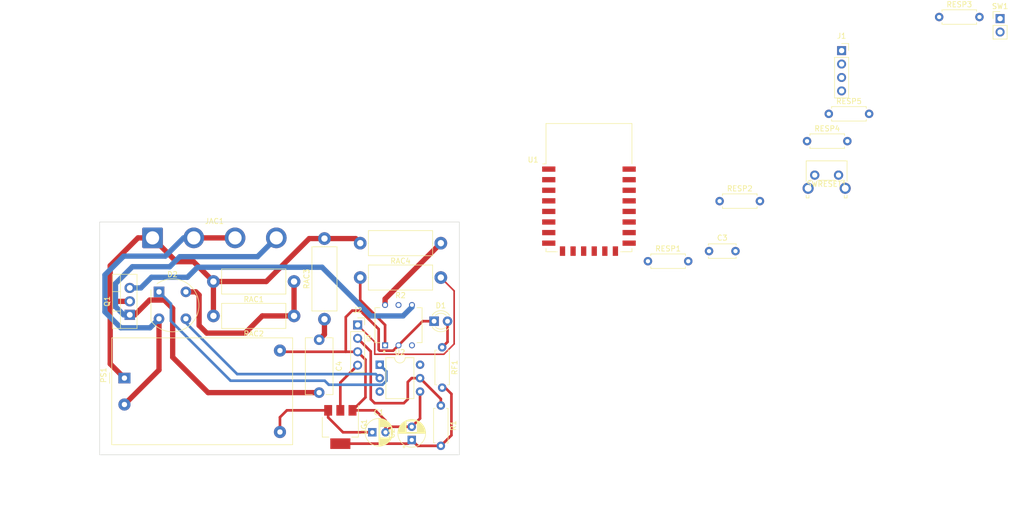
<source format=kicad_pcb>
(kicad_pcb (version 20211014) (generator pcbnew)
  (layers (0 "F.Cu" signal) (31 "B.Cu" signal) (34 "B.Paste" user) (35 "F.Paste" user) (36 "B.SilkS" user "B.Silkscreen") (37 "F.SilkS" user "F.Silkscreen") (38 "B.Mask" user) (39 "F.Mask" user) (44 "Edge.Cuts" user))
  (net 0 "")
  (net 1 "/+5V")
  (net 2 "GND")
  (net 3 "+3.3V")
  (net 4 "/nRST")
  (net 5 "Net-(C4-Pad1)")
  (net 6 "Net-(C4-Pad2)")
  (net 7 "Net-(D1-Pad2)")
  (net 8 "Net-(D2-Pad1)")
  (net 9 "/N")
  (net 10 "Net-(D2-Pad3)")
  (net 11 "Net-(D2-Pad4)")
  (net 12 "/TX")
  (net 13 "/RX")
  (net 14 "/DIMMER")
  (net 15 "/ZERO")
  (net 16 "/L")
  (net 17 "Net-(Q1-Pad3)")
  (net 18 "Net-(R2-Pad2)")
  (net 19 "Net-(RAC4-Pad1)")
  (net 20 "/GPIO0")
  (net 21 "/GPIO2")
  (net 22 "/EN")
  (net 23 "/GPIO15")
  (net 27 "/GPIO12")
  (footprint "RF_Module:ESP-12E" (layer "F.Cu") (at 141.5 39)
    (fp_text reference "U1" (at -10.56 -5.26) (layer "F.SilkS"))
    (fp_text value "ESP-12E")
    (pad "1" smd rect (at -7.6 -3.5) (size 2.5 1) (layers "F.Cu" "F.Paste" "F.Mask") (net 4 "/nRST"))
    (pad "2" smd rect (at -7.6 -1.5) (size 2.5 1) (layers "F.Cu" "F.Paste" "F.Mask"))
    (pad "3" smd rect (at -7.6 0.5) (size 2.5 1) (layers "F.Cu" "F.Paste" "F.Mask") (net 22 "/EN"))
    (pad "4" smd rect (at -7.6 2.5) (size 2.5 1) (layers "F.Cu" "F.Paste" "F.Mask"))
    (pad "5" smd rect (at -7.6 4.5) (size 2.5 1) (layers "F.Cu" "F.Paste" "F.Mask"))
    (pad "6" smd rect (at -7.6 6.5) (size 2.5 1) (layers "F.Cu" "F.Paste" "F.Mask") (net 27 "/GPIO12"))
    (pad "7" smd rect (at -7.6 8.5) (size 2.5 1) (layers "F.Cu" "F.Paste" "F.Mask"))
    (pad "8" smd rect (at -7.6 10.5) (size 2.5 1) (layers "F.Cu" "F.Paste" "F.Mask") (net 3 "+3.3V"))
    (pad "9" smd rect (at -5 12) (size 1 1.8) (layers "F.Cu" "F.Paste" "F.Mask"))
    (pad "10" smd rect (at -3 12) (size 1 1.8) (layers "F.Cu" "F.Paste" "F.Mask"))
    (pad "11" smd rect (at -1 12) (size 1 1.8) (layers "F.Cu" "F.Paste" "F.Mask"))
    (pad "12" smd rect (at 1 12) (size 1 1.8) (layers "F.Cu" "F.Paste" "F.Mask"))
    (pad "13" smd rect (at 3 12) (size 1 1.8) (layers "F.Cu" "F.Paste" "F.Mask"))
    (pad "14" smd rect (at 5 12) (size 1 1.8) (layers "F.Cu" "F.Paste" "F.Mask"))
    (pad "15" smd rect (at 7.6 10.5) (size 2.5 1) (layers "F.Cu" "F.Paste" "F.Mask") (net 2 "GND"))
    (pad "16" smd rect (at 7.6 8.5) (size 2.5 1) (layers "F.Cu" "F.Paste" "F.Mask") (net 23 "/GPIO15"))
    (pad "17" smd rect (at 7.6 6.5) (size 2.5 1) (layers "F.Cu" "F.Paste" "F.Mask") (net 21 "/GPIO2"))
    (pad "18" smd rect (at 7.6 4.5) (size 2.5 1) (layers "F.Cu" "F.Paste" "F.Mask") (net 20 "/GPIO0"))
    (pad "19" smd rect (at 7.6 2.5) (size 2.5 1) (layers "F.Cu" "F.Paste" "F.Mask"))
    (pad "20" smd rect (at 7.6 0.5) (size 2.5 1) (layers "F.Cu" "F.Paste" "F.Mask"))
    (pad "21" smd rect (at 7.6 -1.5) (size 2.5 1) (layers "F.Cu" "F.Paste" "F.Mask") (net 12 "/TX"))
    (pad "22" smd rect (at 7.6 -3.5) (size 2.5 1) (layers "F.Cu" "F.Paste" "F.Mask") (net 13 "/RX"))
  )
  (footprint "Package_TO_SOT_THT:TO-220-3_Vertical" (layer "F.Cu") (at 54.695 63.04 90)
    (fp_text reference "Q1" (at 2.54 -4.27 90) (layer "F.SilkS"))
    (fp_text value "BTA16-600B")
    (pad "1" thru_hole rect (at 0 0 90) (size 1.905 2) (drill 1.1) (layers *.Cu *.Mask) (net 6 "Net-(C4-Pad2)"))
    (pad "2" thru_hole oval (at 2.54 0 90) (size 1.905 2) (drill 1.1) (layers *.Cu *.Mask) (net 16 "/L"))
    (pad "3" thru_hole oval (at 5.08 0 90) (size 1.905 2) (drill 1.1) (layers *.Cu *.Mask) (net 17 "Net-(Q1-Pad3)"))
  )
  (footprint "Resistor_THT:R_Axial_DIN0414_L11.9mm_D4.5mm_P15.24mm_Horizontal" (layer "F.Cu") (at 113.5 56 180)
    (fp_text reference "R2" (at 7.62 -3.37) (layer "F.SilkS"))
    (fp_text value "1k")
    (pad "1" thru_hole circle (at 0 0 180) (size 2.4 2.4) (drill 1.2) (layers *.Cu *.Mask) (net 14 "/DIMMER"))
    (pad "2" thru_hole oval (at 15.24 0 180) (size 2.4 2.4) (drill 1.2) (layers *.Cu *.Mask) (net 18 "Net-(R2-Pad2)"))
  )
  (footprint "Connector_PinHeader_2.54mm:PinHeader_1x02_P2.54mm_Vertical" (layer "F.Cu") (at 219.22 7.05)
    (fp_text reference "SW1" (at 0 -2.33) (layer "F.SilkS"))
    (fp_text value "SW_DIP_x01")
    (pad "1" thru_hole rect (at 0 0) (size 1.7 1.7) (drill 1) (layers *.Cu *.Mask) (net 20 "/GPIO0"))
    (pad "2" thru_hole oval (at 0 2.54) (size 1.7 1.7) (drill 1) (layers *.Cu *.Mask) (net 2 "GND"))
  )
  (footprint "Diode_THT:Diode_Bridge_Round_D9.8mm" (layer "F.Cu") (at 60.225 58.705)
    (fp_text reference "D2" (at 2.54 -3.302) (layer "F.SilkS"))
    (fp_text value "W10G")
    (pad "1" thru_hole rect (at 0 0) (size 2 2) (drill 1) (layers *.Cu *.Mask) (net 8 "Net-(D2-Pad1)"))
    (pad "2" thru_hole oval (at 0 5.08) (size 2 2) (drill 1) (layers *.Cu *.Mask) (net 9 "/N"))
    (pad "3" thru_hole oval (at 5.08 5.08) (size 2 2) (drill 1) (layers *.Cu *.Mask) (net 10 "Net-(D2-Pad3)"))
    (pad "4" thru_hole oval (at 5.08 0) (size 2 2) (drill 1) (layers *.Cu *.Mask) (net 11 "Net-(D2-Pad4)"))
  )
  (footprint "LED_THT:LED_D3.0mm" (layer "F.Cu") (at 112.225 64.25)
    (fp_text reference "D1" (at 1.27 -2.96) (layer "F.SilkS"))
    (fp_text value "LED_Filled")
    (pad "1" thru_hole rect (at 0 0) (size 1.8 1.8) (drill 0.9) (layers *.Cu *.Mask) (net 2 "GND"))
    (pad "2" thru_hole circle (at 2.54 0) (size 1.8 1.8) (drill 0.9) (layers *.Cu *.Mask) (net 7 "Net-(D1-Pad2)"))
  )
  (footprint "Button_Switch_THT:SW_Tactile_SPST_Angled_PTS645Vx39-2LFS" (layer "F.Cu") (at 184.18 36.635)
    (fp_text reference "SWRESET1" (at 2.25 1.68) (layer "F.SilkS"))
    (fp_text value "SW_Push")
    (pad "" thru_hole circle (at 5.76 2.49) (size 2.1 2.1) (drill 1.3) (layers *.Cu *.Mask))
    (pad "" thru_hole circle (at -1.25 2.49) (size 2.1 2.1) (drill 1.3) (layers *.Cu *.Mask))
    (pad "1" thru_hole circle (at 0 0) (size 1.75 1.75) (drill 0.99) (layers *.Cu *.Mask) (net 4 "/nRST"))
    (pad "2" thru_hole circle (at 4.5 0) (size 1.75 1.75) (drill 0.99) (layers *.Cu *.Mask) (net 2 "GND"))
  )
  (footprint "Converter_ACDC:Converter_ACDC_HiLink_HLK-PMxx" (layer "F.Cu") (at 53.6875 75)
    (fp_text reference "PS1" (at -3.94 -0.55 90) (layer "F.SilkS"))
    (fp_text value "HLK-PM01")
    (pad "1" thru_hole rect (at 0 0) (size 2.3 2) (drill 1) (layers *.Cu *.Mask) (net 16 "/L"))
    (pad "2" thru_hole circle (at 0 5) (size 2.3 2.3) (drill 1) (layers *.Cu *.Mask) (net 9 "/N"))
    (pad "3" thru_hole circle (at 29.4 -5.2) (size 2.3 2.3) (drill 1) (layers *.Cu *.Mask) (net 2 "GND"))
    (pad "4" thru_hole circle (at 29.4 10.2) (size 2.3 2.3) (drill 1) (layers *.Cu *.Mask) (net 1 "/+5V"))
  )
  (footprint "MOC3021:DIP762W45P254L889H508Q6" (layer "F.Cu") (at 105.5 65 90)
    (fp_text reference "U3" (at -2.469425 -5.609645 90) (layer "F.SilkS") (effects (font (size 0.64037 0.64037))))
    (fp_text value "MOC3021")
    (pad "1" thru_hole rect locked (at -3.81 -2.54 90) (size 1.13 1.13) (drill 0.73) (layers *.Cu *.Mask) (net 18 "Net-(R2-Pad2)"))
    (pad "2" thru_hole circle locked (at -3.81 0 90) (size 1.13 1.13) (drill 0.73) (layers *.Cu *.Mask) (net 2 "GND"))
    (pad "3" thru_hole circle locked (at -3.81 2.54 90) (size 1.13 1.13) (drill 0.73) (layers *.Cu *.Mask))
    (pad "4" thru_hole circle locked (at 3.81 2.54 90) (size 1.13 1.13) (drill 0.73) (layers *.Cu *.Mask) (net 17 "Net-(Q1-Pad3)"))
    (pad "5" thru_hole circle locked (at 3.81 0 90) (size 1.13 1.13) (drill 0.73) (layers *.Cu *.Mask))
    (pad "6" thru_hole circle locked (at 3.81 -2.54 90) (size 1.13 1.13) (drill 0.73) (layers *.Cu *.Mask) (net 19 "Net-(RAC4-Pad1)"))
  )
  (footprint "Connector_PinSocket_2.54mm:PinSocket_1x04_P2.54mm_Vertical" (layer "F.Cu") (at 189.26 13.1)
    (fp_text reference "J1" (at 0 -2.77) (layer "F.SilkS"))
    (fp_text value "Conn_01x04")
    (pad "1" thru_hole rect (at 0 0) (size 1.7 1.7) (drill 1) (layers *.Cu *.Mask) (net 12 "/TX"))
    (pad "2" thru_hole oval (at 0 2.54) (size 1.7 1.7) (drill 1) (layers *.Cu *.Mask) (net 13 "/RX"))
    (pad "3" thru_hole oval (at 0 5.08) (size 1.7 1.7) (drill 1) (layers *.Cu *.Mask) (net 2 "GND"))
    (pad "4" thru_hole oval (at 0 7.62) (size 1.7 1.7) (drill 1) (layers *.Cu *.Mask) (net 1 "/+5V"))
  )
  (footprint "Capacitor_THT:CP_Radial_D5.0mm_P2.50mm" (layer "F.Cu") (at 108 86.705113 90)
    (fp_text reference "C2" (at 1.25 -3.75 90) (layer "F.SilkS"))
    (fp_text value "10uF")
    (pad "1" thru_hole rect (at 0 0 90) (size 1.6 1.6) (drill 0.8) (layers *.Cu *.Mask) (net 3 "+3.3V"))
    (pad "2" thru_hole circle (at 2.5 0 90) (size 1.6 1.6) (drill 0.8) (layers *.Cu *.Mask) (net 2 "GND"))
  )
  (footprint "Resistor_THT:R_Axial_DIN0207_L6.3mm_D2.5mm_P7.62mm_Horizontal" (layer "F.Cu") (at 152.65 52.91)
    (fp_text reference "RESP1" (at 3.81 -2.37) (layer "F.SilkS"))
    (fp_text value "10k")
    (pad "1" thru_hole circle (at 0 0) (size 1.6 1.6) (drill 0.8) (layers *.Cu *.Mask) (net 3 "+3.3V"))
    (pad "2" thru_hole oval (at 7.62 0) (size 1.6 1.6) (drill 0.8) (layers *.Cu *.Mask) (net 20 "/GPIO0"))
  )
  (footprint "Resistor_THT:R_Axial_DIN0207_L6.3mm_D2.5mm_P7.62mm_Horizontal" (layer "F.Cu") (at 207.7 6.75)
    (fp_text reference "RESP3" (at 3.81 -2.37) (layer "F.SilkS"))
    (fp_text value "10k")
    (pad "1" thru_hole circle (at 0 0) (size 1.6 1.6) (drill 0.8) (layers *.Cu *.Mask) (net 3 "+3.3V"))
    (pad "2" thru_hole oval (at 7.62 0) (size 1.6 1.6) (drill 0.8) (layers *.Cu *.Mask) (net 22 "/EN"))
  )
  (footprint "Package_DIP:DIP-6_W7.62mm" (layer "F.Cu") (at 101.95 72.475)
    (fp_text reference "U2" (at 3.81 -2.33) (layer "F.SilkS"))
    (fp_text value "4N25")
    (pad "1" thru_hole rect (at 0 0) (size 1.6 1.6) (drill 0.8) (layers *.Cu *.Mask) (net 8 "Net-(D2-Pad1)"))
    (pad "2" thru_hole oval (at 0 2.54) (size 1.6 1.6) (drill 0.8) (layers *.Cu *.Mask) (net 10 "Net-(D2-Pad3)"))
    (pad "3" thru_hole oval (at 0 5.08) (size 1.6 1.6) (drill 0.8) (layers *.Cu *.Mask))
    (pad "4" thru_hole oval (at 7.62 5.08) (size 1.6 1.6) (drill 0.8) (layers *.Cu *.Mask) (net 2 "GND"))
    (pad "5" thru_hole oval (at 7.62 2.54) (size 1.6 1.6) (drill 0.8) (layers *.Cu *.Mask) (net 15 "/ZERO"))
    (pad "6" thru_hole oval (at 7.62 0) (size 1.6 1.6) (drill 0.8) (layers *.Cu *.Mask))
  )
  (footprint "Resistor_THT:R_Axial_DIN0207_L6.3mm_D2.5mm_P7.62mm_Horizontal" (layer "F.Cu") (at 186.84 25.05)
    (fp_text reference "RESP5" (at 3.81 -2.37) (layer "F.SilkS"))
    (fp_text value "10k")
    (pad "1" thru_hole circle (at 0 0) (size 1.6 1.6) (drill 0.8) (layers *.Cu *.Mask) (net 2 "GND"))
    (pad "2" thru_hole oval (at 7.62 0) (size 1.6 1.6) (drill 0.8) (layers *.Cu *.Mask) (net 23 "/GPIO15"))
  )
  (footprint "Capacitor_THT:C_Disc_D10.5mm_W5.0mm_P10.00mm" (layer "F.Cu") (at 90.5 67.75 -90)
    (fp_text reference "C4" (at 5 -3.75 90) (layer "F.SilkS"))
    (fp_text value "10nF")
    (pad "1" thru_hole circle (at 0 0 270) (size 2 2) (drill 1) (layers *.Cu *.Mask) (net 5 "Net-(C4-Pad1)"))
    (pad "2" thru_hole circle (at 10 0 270) (size 2 2) (drill 1) (layers *.Cu *.Mask) (net 6 "Net-(C4-Pad2)"))
  )
  (footprint "Resistor_THT:R_Axial_DIN0207_L6.3mm_D2.5mm_P7.62mm_Horizontal" (layer "F.Cu") (at 113.5 80.19 -90)
    (fp_text reference "R1" (at 3.81 -2.37 90) (layer "F.SilkS"))
    (fp_text value "10k")
    (pad "1" thru_hole circle (at 0 0 270) (size 1.6 1.6) (drill 0.8) (layers *.Cu *.Mask) (net 15 "/ZERO"))
    (pad "2" thru_hole oval (at 7.62 0 270) (size 1.6 1.6) (drill 0.8) (layers *.Cu *.Mask) (net 3 "+3.3V"))
  )
  (footprint "Package_TO_SOT_SMD:SOT-223-3_TabPin2" (layer "F.Cu") (at 94.5 84.25 -90)
    (fp_text reference "UG1" (at 0 -4.5 90) (layer "F.SilkS"))
    (fp_text value "AMS1117-3.3")
    (pad "1" smd rect (at -3.15 -2.3 270) (size 2 1.5) (layers "F.Cu" "F.Paste" "F.Mask") (net 2 "GND"))
    (pad "2" smd rect (at -3.15 0 270) (size 2 1.5) (layers "F.Cu" "F.Paste" "F.Mask") (net 3 "+3.3V"))
    (pad "2" smd rect (at 3.15 0 270) (size 2 3.8) (layers "F.Cu" "F.Paste" "F.Mask") (net 3 "+3.3V"))
    (pad "3" smd rect (at -3.15 2.3 270) (size 2 1.5) (layers "F.Cu" "F.Paste" "F.Mask") (net 1 "/+5V"))
  )
  (footprint "Resistor_THT:R_Axial_DIN0414_L11.9mm_D4.5mm_P15.24mm_Horizontal" (layer "F.Cu") (at 113.5 49.5 180)
    (fp_text reference "RAC4" (at 7.62 -3.37) (layer "F.SilkS"))
    (fp_text value "1k")
    (pad "1" thru_hole circle (at 0 0 180) (size 2.4 2.4) (drill 1.2) (layers *.Cu *.Mask) (net 19 "Net-(RAC4-Pad1)"))
    (pad "2" thru_hole oval (at 15.24 0 180) (size 2.4 2.4) (drill 1.2) (layers *.Cu *.Mask) (net 16 "/L"))
  )
  (footprint "Resistor_THT:R_Axial_DIN0207_L6.3mm_D2.5mm_P7.62mm_Horizontal" (layer "F.Cu") (at 113.75 69.19 -90)
    (fp_text reference "RF1" (at 3.81 -2.37 90) (layer "F.SilkS"))
    (fp_text value "330")
    (pad "1" thru_hole circle (at 0 0 270) (size 1.6 1.6) (drill 0.8) (layers *.Cu *.Mask) (net 7 "Net-(D1-Pad2)"))
    (pad "2" thru_hole oval (at 7.62 0 270) (size 1.6 1.6) (drill 0.8) (layers *.Cu *.Mask) (net 3 "+3.3V"))
  )
  (footprint "Capacitor_THT:CP_Radial_D5.0mm_P2.50mm" (layer "F.Cu") (at 100.544888 85.25)
    (fp_text reference "C1" (at 1.25 -3.75) (layer "F.SilkS"))
    (fp_text value "10uF")
    (pad "1" thru_hole rect (at 0 0) (size 1.6 1.6) (drill 0.8) (layers *.Cu *.Mask) (net 1 "/+5V"))
    (pad "2" thru_hole circle (at 2.5 0) (size 1.6 1.6) (drill 0.8) (layers *.Cu *.Mask) (net 2 "GND"))
  )
  (footprint "Resistor_THT:R_Axial_DIN0207_L6.3mm_D2.5mm_P7.62mm_Horizontal" (layer "F.Cu") (at 166.2 41.55)
    (fp_text reference "RESP2" (at 3.81 -2.37) (layer "F.SilkS"))
    (fp_text value "10k")
    (pad "1" thru_hole circle (at 0 0) (size 1.6 1.6) (drill 0.8) (layers *.Cu *.Mask) (net 3 "+3.3V"))
    (pad "2" thru_hole oval (at 7.62 0) (size 1.6 1.6) (drill 0.8) (layers *.Cu *.Mask) (net 21 "/GPIO2"))
  )
  (footprint "Resistor_THT:R_Axial_DIN0414_L11.9mm_D4.5mm_P15.24mm_Horizontal" (layer "F.Cu") (at 91.5 63.87 90)
    (fp_text reference "RAC3" (at 7.62 -3.37 90) (layer "F.SilkS"))
    (fp_text value "39R")
    (pad "1" thru_hole circle (at 0 0 90) (size 2.4 2.4) (drill 1.2) (layers *.Cu *.Mask) (net 5 "Net-(C4-Pad1)"))
    (pad "2" thru_hole oval (at 15.24 0 90) (size 2.4 2.4) (drill 1.2) (layers *.Cu *.Mask) (net 16 "/L"))
  )
  (footprint "Connector_Wire:SolderWire-2sqmm_1x04_P7.8mm_D2mm_OD3.9mm" (layer "F.Cu") (at 59 48.5)
    (fp_text reference "JAC1" (at 11.7 -3.15) (layer "F.SilkS"))
    (fp_text value "Conn_01x04")
    (pad "1" thru_hole roundrect (at 0 0) (size 3.9 3.9) (drill 2.5) (layers *.Cu *.Mask) (roundrect_rratio 0.064103) (net 16 "/L"))
    (pad "2" thru_hole circle (at 7.8 0) (size 3.9 3.9) (drill 2.5) (layers *.Cu *.Mask) (net 9 "/N"))
    (pad "3" thru_hole circle (at 15.6 0) (size 3.9 3.9) (drill 2.5) (layers *.Cu *.Mask) (net 9 "/N"))
    (pad "4" thru_hole circle (at 23.4 0) (size 3.9 3.9) (drill 2.5) (layers *.Cu *.Mask) (net 6 "Net-(C4-Pad2)"))
  )
  (footprint "Resistor_THT:R_Axial_DIN0414_L11.9mm_D4.5mm_P15.24mm_Horizontal" (layer "F.Cu") (at 85.75 56.75 180)
    (fp_text reference "RAC1" (at 7.62 -3.37) (layer "F.SilkS"))
    (fp_text value "120k")
    (pad "1" thru_hole circle (at 0 0 180) (size 2.4 2.4) (drill 1.2) (layers *.Cu *.Mask) (net 11 "Net-(D2-Pad4)"))
    (pad "2" thru_hole oval (at 15.24 0 180) (size 2.4 2.4) (drill 1.2) (layers *.Cu *.Mask) (net 16 "/L"))
  )
  (footprint "Resistor_THT:R_Axial_DIN0207_L6.3mm_D2.5mm_P7.62mm_Horizontal" (layer "F.Cu") (at 182.73 30.21)
    (fp_text reference "RESP4" (at 3.81 -2.37) (layer "F.SilkS"))
    (fp_text value "10k")
    (pad "1" thru_hole circle (at 0 0) (size 1.6 1.6) (drill 0.8) (layers *.Cu *.Mask) (net 3 "+3.3V"))
    (pad "2" thru_hole oval (at 7.62 0) (size 1.6 1.6) (drill 0.8) (layers *.Cu *.Mask) (net 4 "/nRST"))
  )
  (footprint "Capacitor_THT:C_Disc_D5.0mm_W2.5mm_P5.00mm" (layer "F.Cu") (at 164.2 51)
    (fp_text reference "C3" (at 2.5 -2.5) (layer "F.SilkS"))
    (fp_text value "470pF")
    (pad "1" thru_hole circle (at 0 0) (size 1.6 1.6) (drill 0.8) (layers *.Cu *.Mask) (net 4 "/nRST"))
    (pad "2" thru_hole circle (at 5 0) (size 1.6 1.6) (drill 0.8) (layers *.Cu *.Mask) (net 2 "GND"))
  )
  (footprint "Resistor_THT:R_Axial_DIN0414_L11.9mm_D4.5mm_P15.24mm_Horizontal" (layer "F.Cu") (at 85.75 63.25 180)
    (fp_text reference "RAC2" (at 7.62 -3.37) (layer "F.SilkS"))
    (fp_text value "120k")
    (pad "1" thru_hole circle (at 0 0 180) (size 2.4 2.4) (drill 1.2) (layers *.Cu *.Mask) (net 11 "Net-(D2-Pad4)"))
    (pad "2" thru_hole oval (at 15.24 0 180) (size 2.4 2.4) (drill 1.2) (layers *.Cu *.Mask) (net 16 "/L"))
  )
  (footprint "Connector_PinSocket_2.54mm:PinSocket_1x04_P2.54mm_Vertical" (layer "F.Cu") (at 97.775 64.95)
    (fp_text reference "J2" (at 0 -2.77) (layer "F.SilkS"))
    (fp_text value "Conn_01x04")
    (pad "1" thru_hole rect (at 0 0) (size 1.7 1.7) (drill 1) (layers *.Cu *.Mask) (net 14 "/DIMMER"))
    (pad "2" thru_hole oval (at 0 2.54) (size 1.7 1.7) (drill 1) (layers *.Cu *.Mask) (net 15 "/ZERO"))
    (pad "3" thru_hole oval (at 0 5.08) (size 1.7 1.7) (drill 1) (layers *.Cu *.Mask) (net 2 "GND"))
    (pad "4" thru_hole oval (at 0 7.62) (size 1.7 1.7) (drill 1) (layers *.Cu *.Mask) (net 3 "+3.3V"))
  )
  (gr_rect (start 49 45.5) (end 117 89.5) (layer "Edge.Cuts") (width 0.1) (fill none))
  (segment (start 83.0875 82.4125) (end 84.4 81.1) (width 0.5) (layer "F.Cu") (net 1))
  (segment (start 84.4 81.1) (end 92.2 81.1) (width 0.5) (layer "F.Cu") (net 1))
  (segment (start 92.2 82.45) (end 95 85.25) (width 0.5) (layer "F.Cu") (net 1))
  (segment (start 83.0875 85.2) (end 83.0875 82.4125) (width 0.5) (layer "F.Cu") (net 1))
  (segment (start 95 85.25) (end 100.544888 85.25) (width 0.5) (layer "F.Cu") (net 1))
  (segment (start 92.2 81.1) (end 92.2 82.45) (width 0.5) (layer "F.Cu") (net 1))
  (segment (start 101.1 81.1) (end 96.8 81.1) (width 0.5) (layer "F.Cu") (net 2))
  (segment (start 95.53 70.03) (end 83.3175 70.03) (width 0.5) (layer "F.Cu") (net 2))
  (segment (start 109.57 82.635113) (end 108 84.205113) (width 0.5) (layer "F.Cu") (net 2))
  (segment (start 99.25 78.65) (end 99.25 71.505) (width 0.5) (layer "F.Cu") (net 2))
  (segment (start 103.044888 83.044888) (end 101.1 81.1) (width 0.5) (layer "F.Cu") (net 2))
  (segment (start 104.485 69.825) (end 101.945 69.825) (width 0.5) (layer "F.Cu") (net 2))
  (segment (start 103.044888 85.25) (end 103.044888 83.044888) (width 0.5) (layer "F.Cu") (net 2))
  (segment (start 96.8 81.1) (end 99.25 78.65) (width 0.5) (layer "F.Cu") (net 2))
  (segment (start 110.06 64.25) (end 112.225 64.25) (width 0.5) (layer "F.Cu") (net 2))
  (segment (start 105.5 68.81) (end 104.485 69.825) (width 0.5) (layer "F.Cu") (net 2))
  (segment (start 98.25 62.25) (end 96.75 62.25) (width 0.5) (layer "F.Cu") (net 2))
  (segment (start 97.775 70.03) (end 95.53 70.03) (width 0.5) (layer "F.Cu") (net 2))
  (segment (start 99.25 71.505) (end 97.775 70.03) (width 0.5) (layer "F.Cu") (net 2))
  (segment (start 108 84.205113) (end 104.089775 84.205113) (width 0.5) (layer "F.Cu") (net 2))
  (segment (start 95.53 63.47) (end 95.53 70.03) (width 0.5) (layer "F.Cu") (net 2))
  (segment (start 96.75 62.25) (end 95.53 63.47) (width 0.5) (layer "F.Cu") (net 2))
  (segment (start 83.3175 70.03) (end 83.0875 69.8) (width 0.5) (layer "F.Cu") (net 2))
  (segment (start 105.5 68.81) (end 110.06 64.25) (width 0.5) (layer "F.Cu") (net 2))
  (segment (start 101.75 69.63) (end 101.75 65.75) (width 0.5) (layer "F.Cu") (net 2))
  (segment (start 101.945 69.825) (end 101.75 69.63) (width 0.5) (layer "F.Cu") (net 2))
  (segment (start 104.089775 84.205113) (end 103.044888 85.25) (width 0.5) (layer "F.Cu") (net 2))
  (segment (start 101.75 65.75) (end 98.25 62.25) (width 0.5) (layer "F.Cu") (net 2))
  (segment (start 109.57 77.555) (end 109.57 82.635113) (width 0.5) (layer "F.Cu") (net 2))
  (segment (start 94.5 75.845) (end 97.775 72.57) (width 0.5) (layer "F.Cu") (net 3))
  (segment (start 113.75 76.81) (end 114.31 76.81) (width 0.5) (layer "F.Cu") (net 3))
  (segment (start 94.5 81.1) (end 94.5 75.845) (width 0.5) (layer "F.Cu") (net 3))
  (segment (start 94.5 87.4) (end 107.305113 87.4) (width 0.5) (layer "F.Cu") (net 3))
  (segment (start 114.31 76.81) (end 115.5 78) (width 0.5) (layer "F.Cu") (net 3))
  (segment (start 115.5 78) (end 115.5 85.81) (width 0.5) (layer "F.Cu") (net 3))
  (segment (start 107.305113 87.4) (end 108 86.705113) (width 0.5) (layer "F.Cu") (net 3))
  (segment (start 115.5 85.81) (end 113.5 87.81) (width 0.5) (layer "F.Cu") (net 3))
  (segment (start 113.5 87.81) (end 109.104887 87.81) (width 0.5) (layer "F.Cu") (net 3))
  (segment (start 109.104887 87.81) (end 108 86.705113) (width 0.5) (layer "F.Cu") (net 3))
  (segment (start 91.5 66.75) (end 90.5 67.75) (width 1) (layer "F.Cu") (net 5))
  (segment (start 91.5 63.87) (end 91.5 66.75) (width 1) (layer "F.Cu") (net 5))
  (segment (start 55.670859 63.04) (end 58.460859 60.25) (width 1) (layer "F.Cu") (net 6))
  (segment (start 62.805 71.055) (end 69.5 77.75) (width 1) (layer "F.Cu") (net 6))
  (segment (start 62.805 61.829466) (end 62.805 71.055) (width 1) (layer "F.Cu") (net 6))
  (segment (start 61.225534 60.25) (end 62.805 61.829466) (width 1) (layer "F.Cu") (net 6))
  (segment (start 54.695 63.04) (end 55.670859 63.04) (width 1) (layer "F.Cu") (net 6))
  (segment (start 58.460859 60.25) (end 61.225534 60.25) (width 1) (layer "F.Cu") (net 6))
  (segment (start 69.5 77.75) (end 90.5 77.75) (width 1) (layer "F.Cu") (net 6))
  (segment (start 82.4 48.5) (end 78.85 52.05) (width 1) (layer "B.Cu") (net 6))
  (segment (start 62.2533 53.95) (end 55.189141 53.95) (width 1) (layer "B.Cu") (net 6))
  (segment (start 52 61.5) (end 53.54 63.04) (width 1) (layer "B.Cu") (net 6))
  (segment (start 64.153301 52.05) (end 62.2533 53.95) (width 1) (layer "B.Cu") (net 6))
  (segment (start 78.85 52.05) (end 64.153301 52.05) (width 1) (layer "B.Cu") (net 6))
  (segment (start 55.189141 53.95) (end 52 57.139141) (width 1) (layer "B.Cu") (net 6))
  (segment (start 52 57.139141) (end 52 61.5) (width 1) (layer "B.Cu") (net 6))
  (segment (start 53.54 63.04) (end 54.695 63.04) (width 1) (layer "B.Cu") (net 6))
  (segment (start 114.765 68.175) (end 113.75 69.19) (width 0.5) (layer "F.Cu") (net 7))
  (segment (start 114.765 64.25) (end 114.765 68.175) (width 0.5) (layer "F.Cu") (net 7))
  (segment (start 103.2 73.725) (end 103.2 75.532767) (width 0.5) (layer "B.Cu") (net 8))
  (segment (start 101.95 72.475) (end 103.2 73.725) (width 0.5) (layer "B.Cu") (net 8))
  (segment (start 91.55 75.5) (end 73.75 75.5) (width 0.5) (layer "B.Cu") (net 8))
  (segment (start 103.2 75.532767) (end 102.467767 76.265) (width 0.5) (layer "B.Cu") (net 8))
  (segment (start 92.315 76.265) (end 91.55 75.5) (width 0.5) (layer "B.Cu") (net 8))
  (segment (start 102.467767 76.265) (end 92.315 76.265) (width 0.5) (layer "B.Cu") (net 8))
  (segment (start 62.475 60.955) (end 60.225 58.705) (width 0.5) (layer "B.Cu") (net 8))
  (segment (start 73.75 75.5) (end 62.475 64.225) (width 0.5) (layer "B.Cu") (net 8))
  (segment (start 62.475 64.225) (end 62.475 60.955) (width 0.5) (layer "B.Cu") (net 8))
  (segment (start 53.6875 80) (end 60.225 73.4625) (width 1) (layer "F.Cu") (net 9))
  (segment (start 66.8 48.5) (end 74.6 48.5) (width 1) (layer "F.Cu") (net 9))
  (segment (start 60.225 73.4625) (end 60.225 63.785) (width 1) (layer "F.Cu") (net 9))
  (segment (start 50 55.5) (end 50 62.4925) (width 1) (layer "B.Cu") (net 9))
  (segment (start 53.55 51.95) (end 50 55.5) (width 1) (layer "B.Cu") (net 9))
  (segment (start 66.8 48.5) (end 64.874873 48.5) (width 1) (layer "B.Cu") (net 9))
  (segment (start 61.424873 51.95) (end 53.55 51.95) (width 1) (layer "B.Cu") (net 9))
  (segment (start 53 65.4925) (end 58.5175 65.4925) (width 1) (layer "B.Cu") (net 9))
  (segment (start 50 62.4925) (end 53 65.4925) (width 1) (layer "B.Cu") (net 9))
  (segment (start 64.874873 48.5) (end 61.424873 51.95) (width 1) (layer "B.Cu") (net 9))
  (segment (start 58.5175 65.4925) (end 60.225 63.785) (width 1) (layer "B.Cu") (net 9))
  (segment (start 101.95 75.015) (end 101.185 74.25) (width 0.5) (layer "B.Cu") (net 10))
  (segment (start 75 74.25) (end 65.305 64.555) (width 0.5) (layer "B.Cu") (net 10))
  (segment (start 65.305 64.555) (end 65.305 63.785) (width 0.5) (layer "B.Cu") (net 10))
  (segment (start 101.185 74.25) (end 75 74.25) (width 0.5) (layer "B.Cu") (net 10))
  (segment (start 67.805 59.305) (end 67.205 58.705) (width 1) (layer "F.Cu") (net 11))
  (segment (start 69.25 66.5) (end 67.805 65.055) (width 1) (layer "F.Cu") (net 11))
  (segment (start 76.5 66.5) (end 69.25 66.5) (width 1) (layer "F.Cu") (net 11))
  (segment (start 67.805 65.055) (end 67.805 59.305) (width 1) (layer "F.Cu") (net 11))
  (segment (start 85.75 63.25) (end 79.75 63.25) (width 1) (layer "F.Cu") (net 11))
  (segment (start 67.205 58.705) (end 65.305 58.705) (width 1) (layer "F.Cu") (net 11))
  (segment (start 79.75 63.25) (end 76.5 66.5) (width 1) (layer "F.Cu") (net 11))
  (segment (start 85.75 63.25) (end 85.75 56.75) (width 1) (layer "F.Cu") (net 11))
  (segment (start 116.015 58.515) (end 113.5 56) (width 0.3) (layer "F.Cu") (net 14))
  (segment (start 116.015 68.551346) (end 116.015 58.515) (width 0.3) (layer "F.Cu") (net 14))
  (segment (start 97.775 64.95) (end 101 68.175) (width 0.3) (layer "F.Cu") (net 14))
  (segment (start 114.066346 70.5) (end 116.015 68.551346) (width 0.3) (layer "F.Cu") (net 14))
  (segment (start 101 68.175) (end 101 70.5) (width 0.3) (layer "F.Cu") (net 14))
  (segment (start 101 70.5) (end 114.066346 70.5) (width 0.3) (layer "F.Cu") (net 14))
  (segment (start 100.25 79) (end 101 79.75) (width 0.5) (layer "F.Cu") (net 15))
  (segment (start 101 79.75) (end 106.5 79.75) (width 0.5) (layer "F.Cu") (net 15))
  (segment (start 113.5 78.945) (end 113.5 80.19) (width 0.5) (layer "F.Cu") (net 15))
  (segment (start 106.5 79.75) (end 107.25 79) (width 0.5) (layer "F.Cu") (net 15))
  (segment (start 109.57 75.015) (end 113.5 78.945) (width 0.5) (layer "F.Cu") (net 15))
  (segment (start 107.25 75.75) (end 107.985 75.015) (width 0.5) (layer "F.Cu") (net 15))
  (segment (start 107.985 75.015) (end 109.57 75.015) (width 0.5) (layer "F.Cu") (net 15))
  (segment (start 107.25 79) (end 107.25 75.75) (width 0.5) (layer "F.Cu") (net 15))
  (segment (start 97.775 67.49) (end 100.25 69.965) (width 0.5) (layer "F.Cu") (net 15))
  (segment (start 100.25 69.965) (end 100.25 79) (width 0.5) (layer "F.Cu") (net 15))
  (segment (start 51 53.75) (end 51 61.7825) (width 1) (layer "F.Cu") (net 16))
  (segment (start 91.5 48.63) (end 97.39 48.63) (width 1) (layer "F.Cu") (net 16))
  (segment (start 59 48.5) (end 63.5 53) (width 1) (layer "F.Cu") (net 16))
  (segment (start 52.2825 60.5) (end 51 61.7825) (width 1) (layer "F.Cu") (net 16))
  (segment (start 91.5 48.63) (end 88.62 48.63) (width 1) (layer "F.Cu") (net 16))
  (segment (start 97.39 48.63) (end 98.26 49.5) (width 1) (layer "F.Cu") (net 16))
  (segment (start 66.76 53) (end 70.51 56.75) (width 1) (layer "F.Cu") (net 16))
  (segment (start 63.5 53) (end 66.76 53) (width 1) (layer "F.Cu") (net 16))
  (segment (start 54.695 60.5) (end 52.2825 60.5) (width 1) (layer "F.Cu") (net 16))
  (segment (start 51 72.3125) (end 53.6875 75) (width 1) (layer "F.Cu") (net 16))
  (segment (start 70.51 63.25) (end 70.51 56.75) (width 1) (layer "F.Cu") (net 16))
  (segment (start 51 61.7825) (end 51 72.3125) (width 1) (layer "F.Cu") (net 16))
  (segment (start 80.5 56.75) (end 70.51 56.75) (width 1) (layer "F.Cu") (net 16))
  (segment (start 56.25 48.5) (end 51 53.75) (width 1) (layer "F.Cu") (net 16))
  (segment (start 59 48.5) (end 56.25 48.5) (width 1) (layer "F.Cu") (net 16))
  (segment (start 88.62 48.63) (end 80.5 56.75) (width 1) (layer "F.Cu") (net 16))
  (segment (start 108.04 61.570352) (end 108.04 61.19) (width 1) (layer "B.Cu") (net 17))
  (segment (start 106.355352 63.255) (end 108.04 61.570352) (width 1) (layer "B.Cu") (net 17))
  (segment (start 58.8 55.95) (end 65.595534 55.95) (width 1) (layer "B.Cu") (net 17))
  (segment (start 65.595534 55.95) (end 67.495534 54.05) (width 1) (layer "B.Cu") (net 17))
  (segment (start 56.79 57.96) (end 58.8 55.95) (width 1) (layer "B.Cu") (net 17))
  (segment (start 100.255 63.255) (end 106.355352 63.255) (width 1) (layer "B.Cu") (net 17))
  (segment (start 67.495534 54.05) (end 91.05 54.05) (width 1) (layer "B.Cu") (net 17))
  (segment (start 54.695 57.96) (end 56.79 57.96) (width 1) (layer "B.Cu") (net 17))
  (segment (start 91.05 54.05) (end 100.255 63.255) (width 1) (layer "B.Cu") (net 17))
  (segment (start 98.26 60.24) (end 98.26 56) (width 0.5) (layer "F.Cu") (net 18))
  (segment (start 98.25 60.25) (end 98.26 60.24) (width 0.5) (layer "F.Cu") (net 18))
  (segment (start 102.96 68.81) (end 102.96 64.96) (width 0.5) (layer "F.Cu") (net 18))
  (segment (start 102.96 64.96) (end 98.25 60.25) (width 0.5) (layer "F.Cu") (net 18))
  (segment (start 102.96 61.19) (end 102.96 60.04) (width 1) (layer "F.Cu") (net 19))
  (segment (start 102.96 60.04) (end 113.5 49.5) (width 1) (layer "F.Cu") (net 19))
)
</source>
